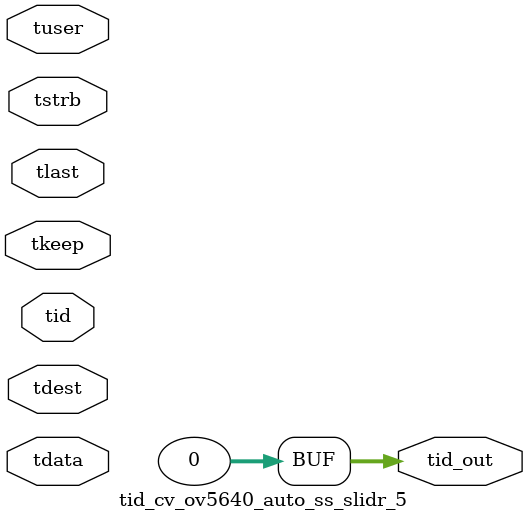
<source format=v>


`timescale 1ps/1ps

module tid_cv_ov5640_auto_ss_slidr_5 #
(
parameter C_S_AXIS_TID_WIDTH   = 1,
parameter C_S_AXIS_TUSER_WIDTH = 0,
parameter C_S_AXIS_TDATA_WIDTH = 0,
parameter C_S_AXIS_TDEST_WIDTH = 0,
parameter C_M_AXIS_TID_WIDTH   = 32
)
(
input  [(C_S_AXIS_TID_WIDTH   == 0 ? 1 : C_S_AXIS_TID_WIDTH)-1:0       ] tid,
input  [(C_S_AXIS_TDATA_WIDTH == 0 ? 1 : C_S_AXIS_TDATA_WIDTH)-1:0     ] tdata,
input  [(C_S_AXIS_TUSER_WIDTH == 0 ? 1 : C_S_AXIS_TUSER_WIDTH)-1:0     ] tuser,
input  [(C_S_AXIS_TDEST_WIDTH == 0 ? 1 : C_S_AXIS_TDEST_WIDTH)-1:0     ] tdest,
input  [(C_S_AXIS_TDATA_WIDTH/8)-1:0 ] tkeep,
input  [(C_S_AXIS_TDATA_WIDTH/8)-1:0 ] tstrb,
input                                                                    tlast,
output [(C_M_AXIS_TID_WIDTH   == 0 ? 1 : C_M_AXIS_TID_WIDTH)-1:0       ] tid_out
);

assign tid_out = {1'b0};

endmodule


</source>
